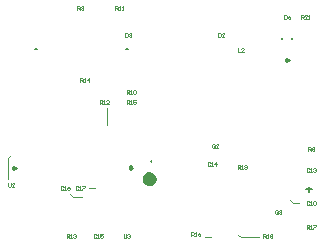
<source format=gto>
%FSTAX23Y23*%
%MOIN*%
%SFA1B1*%

%IPPOS*%
%ADD10C,0.009840*%
%ADD11C,0.023620*%
%ADD12C,0.007870*%
%ADD13C,0.003000*%
%ADD14C,0.004000*%
%LNboost-shield-v2-1*%
%LPD*%
G36*
X00583Y00278D02*
Y00277D01*
X00583Y00276*
X00584Y00275*
X00586Y00274*
X00587*
X00587*
X00589Y00275*
X0059Y00276*
X0059Y00277*
Y00278*
Y00279*
X0059Y0028*
X00589Y00282*
X00587Y00282*
X00587*
X00586*
X00584Y00282*
X00583Y0028*
X00583Y00279*
Y00278*
G37*
G54D10*
X01044Y00616D02*
X01037Y0062D01*
Y00612*
X01044Y00616*
X00521Y00257D02*
X00514Y00261D01*
Y00253*
X00521Y00257*
X00135Y00256D02*
X00127Y0026D01*
Y00251*
X00135Y00256*
G54D11*
X00591Y0022D02*
X00587Y00229D01*
X00577Y00231*
X00569Y00225*
Y00214*
X00577Y00208*
X00587Y0021*
X00591Y0022*
G54D12*
X00206Y00653D02*
X00198D01*
X00206*
X0051D02*
X00502D01*
X0051*
X01057Y00685D02*
Y00689D01*
X01022Y00685D02*
Y00689D01*
X01113Y00175D02*
Y00194D01*
X01103Y00185D02*
X01123D01*
G54D13*
X00315Y0017D02*
X00325Y0016D01*
X00355*
X0038Y0019D02*
X004D01*
X00765Y00025D02*
X00785D01*
X0079Y0003*
X00885Y00025D02*
X00945D01*
X00877Y00032D02*
X00885Y00025D01*
X0106Y0014D02*
X0108D01*
X0105Y0015D02*
X0106Y0014D01*
X0011Y0029D02*
X0012Y003D01*
X0011Y0022D02*
Y0029D01*
X0044Y004D02*
Y00455D01*
G54D14*
X01086Y00754D02*
Y00766D01*
X01092*
X01094Y00764*
Y0076*
X01092Y00758*
X01086*
X0109D02*
X01094Y00754D01*
X01106D02*
X01098D01*
X01106Y00762*
Y00764*
X01104Y00766*
X011*
X01098Y00764*
X0111Y00754D02*
X01113D01*
X01112*
Y00766*
X0111Y00764*
X0103Y00766D02*
Y00754D01*
X01036*
X01038Y00756*
Y00764*
X01036Y00766*
X0103*
X0105D02*
X01046Y00764D01*
X01042Y0076*
Y00756*
X01044Y00754*
X01048*
X0105Y00756*
Y00758*
X01048Y0076*
X01042*
X00495Y00036D02*
Y00026D01*
X00497Y00024*
X00501*
X00503Y00026*
Y00036*
X00507Y00034D02*
X00509Y00036D01*
X00513*
X00515Y00034*
Y00032*
X00513Y0003*
X00511*
X00513*
X00515Y00028*
Y00026*
X00513Y00024*
X00509*
X00507Y00026*
X0011Y00206D02*
Y00196D01*
X00112Y00194*
X00116*
X00118Y00196*
Y00206*
X0013Y00194D02*
X00122D01*
X0013Y00202*
Y00204*
X00128Y00206*
X00124*
X00122Y00204*
X00875Y00254D02*
Y00266D01*
X00881*
X00883Y00264*
Y0026*
X00881Y00258*
X00875*
X00879D02*
X00883Y00254D01*
X00887D02*
X00891D01*
X00889*
Y00266*
X00887Y00264*
X00897Y00256D02*
X00899Y00254D01*
X00903*
X00905Y00256*
Y00264*
X00903Y00266*
X00899*
X00897Y00264*
Y00262*
X00899Y0026*
X00905*
X0096Y00024D02*
Y00036D01*
X00966*
X00968Y00034*
Y0003*
X00966Y00028*
X0096*
X00964D02*
X00968Y00024D01*
X00972D02*
X00976D01*
X00974*
Y00036*
X00972Y00034*
X00982D02*
X00984Y00036D01*
X00988*
X0099Y00034*
Y00032*
X00988Y0003*
X0099Y00028*
Y00026*
X00988Y00024*
X00984*
X00982Y00026*
Y00028*
X00984Y0003*
X00982Y00032*
Y00034*
X00984Y0003D02*
X00988D01*
X01105Y00054D02*
Y00066D01*
X01111*
X01113Y00064*
Y0006*
X01111Y00058*
X01105*
X01109D02*
X01113Y00054D01*
X01117D02*
X01121D01*
X01119*
Y00066*
X01117Y00064*
X01127Y00066D02*
X01134D01*
Y00064*
X01127Y00056*
Y00054*
X0072Y00029D02*
Y00041D01*
X00726*
X00728Y00039*
Y00035*
X00726Y00033*
X0072*
X00724D02*
X00728Y00029D01*
X00732D02*
X00736D01*
X00734*
Y00041*
X00732Y00039*
X00749Y00041D02*
X00746Y00039D01*
X00742Y00035*
Y00031*
X00744Y00029*
X00748*
X00749Y00031*
Y00033*
X00748Y00035*
X00742*
X00505Y00469D02*
Y00481D01*
X00511*
X00513Y00479*
Y00475*
X00511Y00473*
X00505*
X00509D02*
X00513Y00469D01*
X00517D02*
X00521D01*
X00519*
Y00481*
X00517Y00479*
X00535Y00481D02*
X00527D01*
Y00475*
X00531Y00477*
X00533*
X00535Y00475*
Y00471*
X00533Y00469*
X00529*
X00527Y00471*
X0035Y00544D02*
Y00556D01*
X00356*
X00358Y00554*
Y0055*
X00356Y00548*
X0035*
X00354D02*
X00358Y00544D01*
X00362D02*
X00366D01*
X00364*
Y00556*
X00362Y00554*
X00378Y00544D02*
Y00556D01*
X00372Y0055*
X00379*
X00305Y00024D02*
Y00036D01*
X00311*
X00313Y00034*
Y0003*
X00311Y00028*
X00305*
X00309D02*
X00313Y00024D01*
X00317D02*
X00321D01*
X00319*
Y00036*
X00317Y00034*
X00327D02*
X00329Y00036D01*
X00333*
X00335Y00034*
Y00032*
X00333Y0003*
X00331*
X00333*
X00335Y00028*
Y00026*
X00333Y00024*
X00329*
X00327Y00026*
X00415Y00469D02*
Y00481D01*
X00421*
X00423Y00479*
Y00475*
X00421Y00473*
X00415*
X00419D02*
X00423Y00469D01*
X00427D02*
X00431D01*
X00429*
Y00481*
X00427Y00479*
X00444Y00469D02*
X00437D01*
X00444Y00477*
Y00479*
X00443Y00481*
X00439*
X00437Y00479*
X00467Y00784D02*
Y00796D01*
X00473*
X00475Y00794*
Y0079*
X00473Y00788*
X00467*
X00471D02*
X00475Y00784D01*
X00479D02*
X00483D01*
X00481*
Y00796*
X00479Y00794*
X00489Y00784D02*
X00493D01*
X00491*
Y00796*
X00489Y00794*
X00505Y00504D02*
Y00516D01*
X00511*
X00513Y00514*
Y0051*
X00511Y00508*
X00505*
X00509D02*
X00513Y00504D01*
X00517D02*
X00521D01*
X00519*
Y00516*
X00517Y00514*
X00527D02*
X00529Y00516D01*
X00533*
X00535Y00514*
Y00506*
X00533Y00504*
X00529*
X00527Y00506*
Y00514*
X0034Y00784D02*
Y00796D01*
X00346*
X00348Y00794*
Y0079*
X00346Y00788*
X0034*
X00344D02*
X00348Y00784D01*
X00352Y00786D02*
X00354Y00784D01*
X00358*
X0036Y00786*
Y00794*
X00358Y00796*
X00354*
X00352Y00794*
Y00792*
X00354Y0079*
X0036*
X0111Y00314D02*
Y00326D01*
X01116*
X01118Y00324*
Y0032*
X01116Y00318*
X0111*
X01114D02*
X01118Y00314D01*
X01122Y00324D02*
X01124Y00326D01*
X01128*
X0113Y00324*
Y00322*
X01128Y0032*
X0113Y00318*
Y00316*
X01128Y00314*
X01124*
X01122Y00316*
Y00318*
X01124Y0032*
X01122Y00322*
Y00324*
X01124Y0032D02*
X01128D01*
X01008Y00106D02*
Y00114D01*
X01006Y00116*
X01002*
X01Y00114*
Y00106*
X01002Y00104*
X01006*
X01004Y00108D02*
X01008Y00104D01*
X01006D02*
X01008Y00106D01*
X01012Y00114D02*
X01014Y00116D01*
X01018*
X0102Y00114*
Y00112*
X01018Y0011*
X01016*
X01018*
X0102Y00108*
Y00106*
X01018Y00104*
X01014*
X01012Y00106*
X00798Y00326D02*
Y00334D01*
X00796Y00336*
X00792*
X0079Y00334*
Y00326*
X00792Y00324*
X00796*
X00794Y00328D02*
X00798Y00324D01*
X00796D02*
X00798Y00326D01*
X0081Y00324D02*
X00802D01*
X0081Y00332*
Y00334*
X00808Y00336*
X00804*
X00802Y00334*
X00875Y00656D02*
Y00644D01*
X00883*
X00895D02*
X00887D01*
X00895Y00652*
Y00654*
X00893Y00656*
X00889*
X00887Y00654*
X005Y00706D02*
Y00694D01*
X00506*
X00508Y00696*
Y00704*
X00506Y00706*
X005*
X00512Y00704D02*
X00514Y00706D01*
X00518*
X0052Y00704*
Y00702*
X00518Y007*
X00516*
X00518*
X0052Y00698*
Y00696*
X00518Y00694*
X00514*
X00512Y00696*
X0081Y00706D02*
Y00694D01*
X00816*
X00818Y00696*
Y00704*
X00816Y00706*
X0081*
X0083Y00694D02*
X00822D01*
X0083Y00702*
Y00704*
X00828Y00706*
X00824*
X00822Y00704*
X00343Y00194D02*
X00341Y00196D01*
X00337*
X00335Y00194*
Y00186*
X00337Y00184*
X00341*
X00343Y00186*
X00347Y00184D02*
X00351D01*
X00349*
Y00196*
X00347Y00194*
X00357Y00196D02*
X00365D01*
Y00194*
X00357Y00186*
Y00184*
X00293Y00194D02*
X00291Y00196D01*
X00287*
X00285Y00194*
Y00186*
X00287Y00184*
X00291*
X00293Y00186*
X00297Y00184D02*
X00301D01*
X00299*
Y00196*
X00297Y00194*
X00314Y00196D02*
X00311Y00194D01*
X00307Y0019*
Y00186*
X00309Y00184*
X00313*
X00314Y00186*
Y00188*
X00313Y0019*
X00307*
X00403Y00034D02*
X00401Y00036D01*
X00397*
X00395Y00034*
Y00026*
X00397Y00024*
X00401*
X00403Y00026*
X00407Y00024D02*
X00411D01*
X00409*
Y00036*
X00407Y00034*
X00425Y00036D02*
X00417D01*
Y0003*
X00421Y00032*
X00423*
X00425Y0003*
Y00026*
X00423Y00024*
X00419*
X00417Y00026*
X00783Y00274D02*
X00781Y00276D01*
X00777*
X00775Y00274*
Y00266*
X00777Y00264*
X00781*
X00783Y00266*
X00787Y00264D02*
X00791D01*
X00789*
Y00276*
X00787Y00274*
X00803Y00264D02*
Y00276D01*
X00797Y0027*
X00805*
X01113Y00254D02*
X01111Y00256D01*
X01107*
X01105Y00254*
Y00246*
X01107Y00244*
X01111*
X01113Y00246*
X01117Y00244D02*
X01121D01*
X01119*
Y00256*
X01117Y00254*
X01127D02*
X01129Y00256D01*
X01133*
X01134Y00254*
Y00252*
X01133Y0025*
X01131*
X01133*
X01134Y00248*
Y00246*
X01133Y00244*
X01129*
X01127Y00246*
X01113Y00144D02*
X01111Y00146D01*
X01107*
X01105Y00144*
Y00136*
X01107Y00134*
X01111*
X01113Y00136*
X01117Y00134D02*
X01121D01*
X01119*
Y00146*
X01117Y00144*
X01127D02*
X01129Y00146D01*
X01133*
X01134Y00144*
Y00136*
X01133Y00134*
X01129*
X01127Y00136*
Y00144*
M02*
</source>
